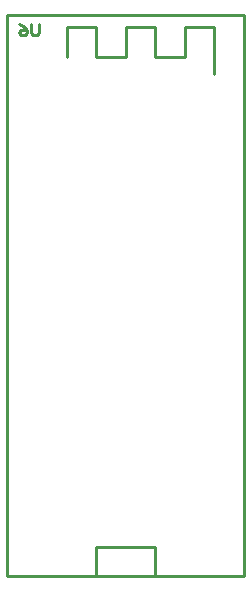
<source format=gbo>
G04*
G04 #@! TF.GenerationSoftware,Altium Limited,Altium Designer,23.4.1 (23)*
G04*
G04 Layer_Color=32896*
%FSLAX44Y44*%
%MOMM*%
G71*
G04*
G04 #@! TF.SameCoordinates,5EEC9E03-0704-45D2-AC34-B4BBD991BA5A*
G04*
G04*
G04 #@! TF.FilePolarity,Positive*
G04*
G01*
G75*
%ADD10C,0.2540*%
D10*
X92000Y467000D02*
Y492000D01*
X117000D01*
Y467000D02*
Y492000D01*
Y467000D02*
X142000D01*
Y492000D01*
X167000D01*
Y467000D02*
Y492000D01*
Y467000D02*
X192000D01*
Y492000D01*
X217000D01*
Y452000D02*
Y492000D01*
X117000Y27000D02*
X167000D01*
X117000Y52000D02*
X167000D01*
Y27000D02*
Y52000D01*
X117000Y27000D02*
Y52000D01*
X42000Y27000D02*
X242000D01*
X42000Y502000D02*
X242000D01*
Y27000D02*
Y502000D01*
X42000Y27000D02*
Y502000D01*
X68331Y494998D02*
Y486668D01*
X66665Y485002D01*
X63332D01*
X61666Y486668D01*
Y494998D01*
X51669D02*
X55002Y493332D01*
X58334Y490000D01*
Y486668D01*
X56668Y485002D01*
X53335D01*
X51669Y486668D01*
Y488334D01*
X53335Y490000D01*
X58334D01*
M02*

</source>
